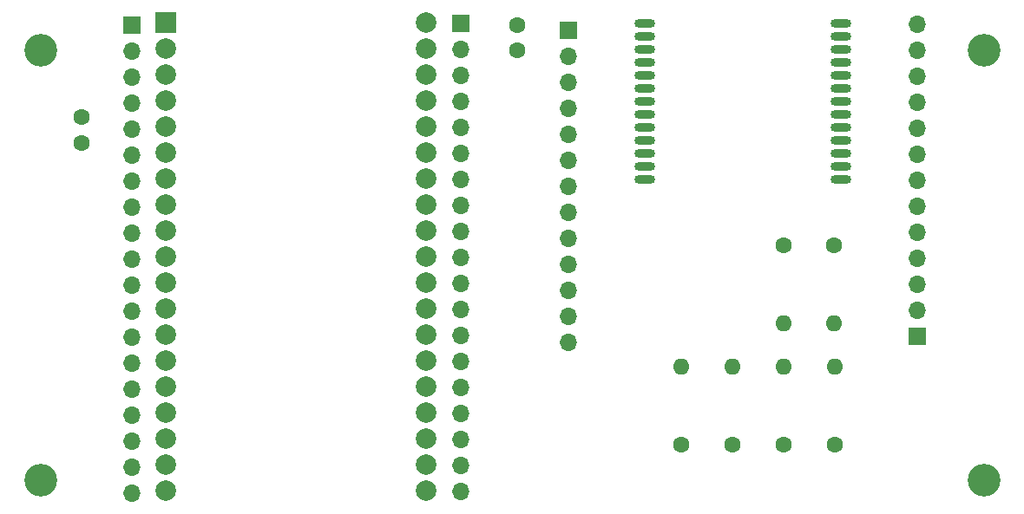
<source format=gts>
G04 #@! TF.GenerationSoftware,KiCad,Pcbnew,5.1.9-73d0e3b20d~88~ubuntu20.04.1*
G04 #@! TF.CreationDate,2021-11-24T20:30:52+09:00*
G04 #@! TF.ProjectId,ES920LRB-ESP32,45533932-304c-4524-922d-45535033322e,v1.4*
G04 #@! TF.SameCoordinates,Original*
G04 #@! TF.FileFunction,Soldermask,Top*
G04 #@! TF.FilePolarity,Negative*
%FSLAX46Y46*%
G04 Gerber Fmt 4.6, Leading zero omitted, Abs format (unit mm)*
G04 Created by KiCad (PCBNEW 5.1.9-73d0e3b20d~88~ubuntu20.04.1) date 2021-11-24 20:30:52*
%MOMM*%
%LPD*%
G01*
G04 APERTURE LIST*
%ADD10C,2.000000*%
%ADD11R,2.000000X2.000000*%
%ADD12C,3.200000*%
%ADD13O,2.000000X0.900000*%
%ADD14O,1.600000X1.600000*%
%ADD15C,1.600000*%
%ADD16O,1.700000X1.700000*%
%ADD17R,1.700000X1.700000*%
G04 APERTURE END LIST*
D10*
G04 #@! TO.C,U1*
X138605000Y-139960000D03*
X138605000Y-137420000D03*
X138605000Y-134880000D03*
X138605000Y-132340000D03*
X138605000Y-129800000D03*
X138605000Y-127260000D03*
X138605000Y-124720000D03*
X138605000Y-122180000D03*
X138605000Y-119640000D03*
X138605000Y-117100000D03*
X138605000Y-114560000D03*
X138605000Y-112020000D03*
X138605000Y-109480000D03*
X138605000Y-106940000D03*
X138605000Y-104400000D03*
X138605000Y-101860000D03*
X138605000Y-99320000D03*
X138605000Y-96780000D03*
X138605000Y-94240000D03*
X113205000Y-137420000D03*
X113205000Y-134880000D03*
X113205000Y-132340000D03*
X113205000Y-129800000D03*
X113205000Y-127260000D03*
X113205000Y-124720000D03*
X113205000Y-122180000D03*
X113205000Y-119640000D03*
X113205000Y-117100000D03*
X113205000Y-114560000D03*
X113205000Y-112020000D03*
X113205000Y-109480000D03*
X113205000Y-106940000D03*
X113205000Y-104400000D03*
X113205000Y-101860000D03*
X113205000Y-99320000D03*
X113205000Y-139960000D03*
X113205000Y-96780000D03*
D11*
X113205000Y-94240000D03*
G04 #@! TD*
D12*
G04 #@! TO.C,H4*
X193000000Y-139000000D03*
G04 #@! TD*
G04 #@! TO.C,H3*
X193000000Y-97000000D03*
G04 #@! TD*
G04 #@! TO.C,H2*
X101000000Y-97000000D03*
G04 #@! TD*
G04 #@! TO.C,H1*
X101000000Y-139000000D03*
G04 #@! TD*
D13*
G04 #@! TO.C,M1*
X179050000Y-94380000D03*
X159950000Y-94380000D03*
X179050000Y-95650000D03*
X159950000Y-95650000D03*
X179050000Y-96920000D03*
X159950000Y-96920000D03*
X179050000Y-98190000D03*
X159950000Y-98190000D03*
X179050000Y-99460000D03*
X159950000Y-99460000D03*
X179050000Y-100730000D03*
X159950000Y-100730000D03*
X179050000Y-102000000D03*
X159950000Y-102000000D03*
X179050000Y-103270000D03*
X159950000Y-103270000D03*
X179050000Y-104540000D03*
X159950000Y-104540000D03*
X179050000Y-105810000D03*
X159950000Y-105810000D03*
X179050000Y-107080000D03*
X159950000Y-107080000D03*
X179050000Y-108350000D03*
X159950000Y-108350000D03*
X179050000Y-109620000D03*
X159950000Y-109620000D03*
G04 #@! TD*
D14*
G04 #@! TO.C,R6*
X173500000Y-123620000D03*
D15*
X173500000Y-116000000D03*
G04 #@! TD*
D14*
G04 #@! TO.C,R5*
X178380000Y-123620000D03*
D15*
X178380000Y-116000000D03*
G04 #@! TD*
D14*
G04 #@! TO.C,R4*
X168500000Y-127880000D03*
D15*
X168500000Y-135500000D03*
G04 #@! TD*
D14*
G04 #@! TO.C,R3*
X163500000Y-127880000D03*
D15*
X163500000Y-135500000D03*
G04 #@! TD*
D14*
G04 #@! TO.C,R2*
X178500000Y-127880000D03*
D15*
X178500000Y-135500000D03*
G04 #@! TD*
D14*
G04 #@! TO.C,R1*
X173500000Y-127880000D03*
D15*
X173500000Y-135500000D03*
G04 #@! TD*
D16*
G04 #@! TO.C,J4*
X186500000Y-94460000D03*
X186500000Y-97000000D03*
X186500000Y-99540000D03*
X186500000Y-102080000D03*
X186500000Y-104620000D03*
X186500000Y-107160000D03*
X186500000Y-109700000D03*
X186500000Y-112240000D03*
X186500000Y-114780000D03*
X186500000Y-117320000D03*
X186500000Y-119860000D03*
X186500000Y-122400000D03*
D17*
X186500000Y-124940000D03*
G04 #@! TD*
D16*
G04 #@! TO.C,J3*
X152500000Y-125480000D03*
X152500000Y-122940000D03*
X152500000Y-120400000D03*
X152500000Y-117860000D03*
X152500000Y-115320000D03*
X152500000Y-112780000D03*
X152500000Y-110240000D03*
X152500000Y-107700000D03*
X152500000Y-105160000D03*
X152500000Y-102620000D03*
X152500000Y-100080000D03*
X152500000Y-97540000D03*
D17*
X152500000Y-95000000D03*
G04 #@! TD*
D16*
G04 #@! TO.C,J2*
X142000000Y-140100000D03*
X142000000Y-137560000D03*
X142000000Y-135020000D03*
X142000000Y-132480000D03*
X142000000Y-129940000D03*
X142000000Y-127400000D03*
X142000000Y-124860000D03*
X142000000Y-122320000D03*
X142000000Y-119780000D03*
X142000000Y-117240000D03*
X142000000Y-114700000D03*
X142000000Y-112160000D03*
X142000000Y-109620000D03*
X142000000Y-107080000D03*
X142000000Y-104540000D03*
X142000000Y-102000000D03*
X142000000Y-99460000D03*
X142000000Y-96920000D03*
D17*
X142000000Y-94380000D03*
G04 #@! TD*
D16*
G04 #@! TO.C,J1*
X109900000Y-140220000D03*
X109900000Y-137680000D03*
X109900000Y-135140000D03*
X109900000Y-132600000D03*
X109900000Y-130060000D03*
X109900000Y-127520000D03*
X109900000Y-124980000D03*
X109900000Y-122440000D03*
X109900000Y-119900000D03*
X109900000Y-117360000D03*
X109900000Y-114820000D03*
X109900000Y-112280000D03*
X109900000Y-109740000D03*
X109900000Y-107200000D03*
X109900000Y-104660000D03*
X109900000Y-102120000D03*
X109900000Y-99580000D03*
X109900000Y-97040000D03*
D17*
X109900000Y-94500000D03*
G04 #@! TD*
D15*
G04 #@! TO.C,C2*
X147500000Y-94500000D03*
X147500000Y-97000000D03*
G04 #@! TD*
G04 #@! TO.C,C1*
X105000000Y-106000000D03*
X105000000Y-103500000D03*
G04 #@! TD*
M02*

</source>
